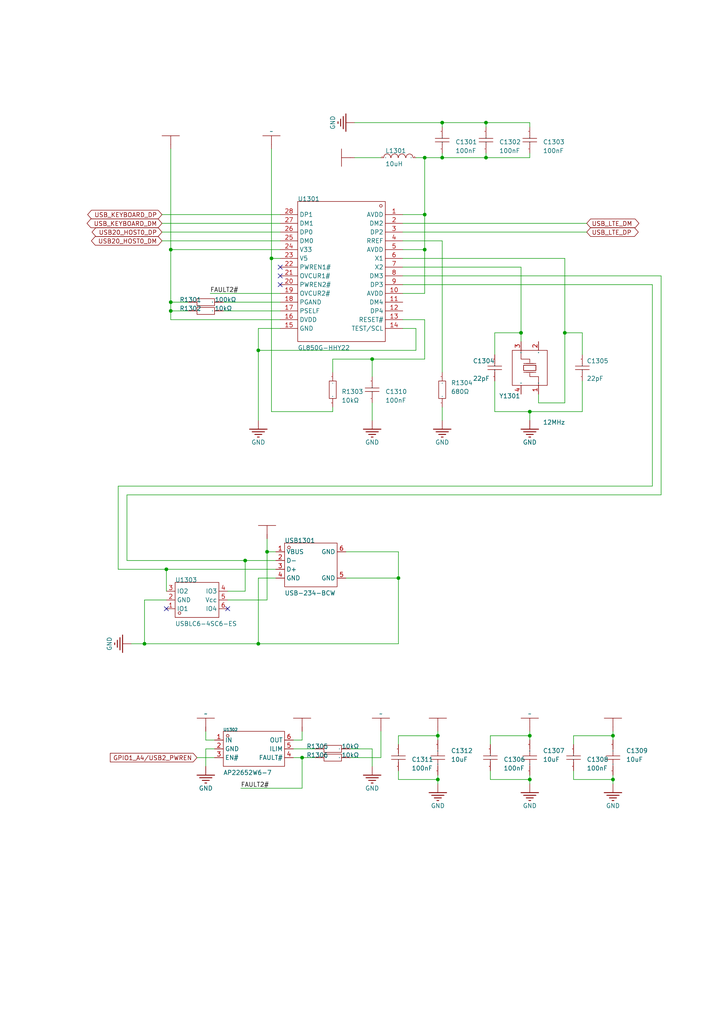
<source format=kicad_sch>
(kicad_sch (version 20250114) (generator "eeschema") (generator_version "9.0")
  (paper "A4" portrait)
  (lib_symbols
    (symbol "mainboard:0402B104K250NT"
      (property "Reference" "C" (at 0 0 0))
      (symbol "0402B104K250NT_1_0"
        (polyline (pts (xy -1.27 0) (xy -0.508 0)))
        (polyline (pts (xy -0.508 2.032) (xy -0.508 -2.032)))
        (polyline (pts (xy 0.508 2.032) (xy 0.508 -2.032)))
        (polyline (pts (xy 0.508 0) (xy 1.27 0)))
        (pin input line (at -3.81 0 0) (length 2.54) (name "1") (number "1"))
        (pin input line (at 3.81 0 180) (length 2.54) (name "2") (number "2"))
      )
    )
    (symbol "mainboard:0603WAF1002T5E"
      (symbol "0603WAF1002T5E_1_0"
        (rectangle (start -2.54 -1.016) (end 2.54 1.016))
        (pin input line (at -5.08 0 0) (length 2.54) (name "1") (number "1"))
        (pin input line (at 5.08 0 180) (length 2.54) (name "2") (number "2"))
      )
    )
    (symbol "mainboard:0603WAF1003T5E"
      (property "Reference" "R" (at 0 0 0))
      (symbol "0603WAF1003T5E_1_0"
        (rectangle (start -2.54 -1.016) (end 2.54 1.016))
        (pin input line (at -5.08 0 0) (length 2.54) (name "1") (number "1"))
        (pin input line (at 5.08 0 180) (length 2.54) (name "2") (number "2"))
      )
    )
    (symbol "mainboard:0603WAF6800T5E"
      (property "Reference" "R" (at 0 0 0))
      (symbol "0603WAF6800T5E_1_0"
        (rectangle (start -2.54 -1.016) (end 2.54 1.016))
        (pin input line (at -5.08 0 0) (length 2.54) (name "1") (number "1"))
        (pin input line (at 5.08 0 180) (length 2.54) (name "2") (number "2"))
      )
    )
    (symbol "mainboard:AP22652W6-7"
      (property "Reference" "U" (at 0 0 0))
      (symbol "AP22652W6-7_1_0"
        (rectangle (start -8.89 -5.08) (end 8.89 5.08))
        (circle (center -7.62 3.81) (radius 0.381))
        (pin input line (at -11.43 2.54 0) (length 2.54) (name "IN") (number "1"))
        (pin input line (at -11.43 0 0) (length 2.54) (name "GND") (number "2"))
        (pin input line (at -11.43 -2.54 0) (length 2.54) (name "EN#") (number "3"))
        (pin input line (at 11.43 2.54 180) (length 2.54) (name "OUT") (number "6"))
        (pin input line (at 11.43 0 180) (length 2.54) (name "ILIM") (number "5"))
        (pin input line (at 11.43 -2.54 180) (length 2.54) (name "FAULT#") (number "4"))
      )
    )
    (symbol "mainboard:CC0603JRNPO9BN220"
      (property "Reference" "C" (at 0 0 0))
      (symbol "CC0603JRNPO9BN220_1_0"
        (polyline (pts (xy -1.27 0) (xy -0.508 0)))
        (polyline (pts (xy -0.508 2.032) (xy -0.508 -2.032)))
        (polyline (pts (xy 0.508 2.032) (xy 0.508 -2.032)))
        (polyline (pts (xy 0.508 0) (xy 1.27 0)))
        (pin input line (at -3.81 0 0) (length 2.54) (name "1") (number "1"))
        (pin input line (at 3.81 0 180) (length 2.54) (name "2") (number "2"))
      )
    )
    (symbol "mainboard:CL10A106MA8NRNC"
      (property "Reference" "C" (at 0 0 0))
      (symbol "CL10A106MA8NRNC_1_0"
        (polyline (pts (xy -0.508 0) (xy -2.54 0)))
        (polyline (pts (xy -0.508 -2.032) (xy -0.508 2.032)))
        (polyline (pts (xy 0.508 2.032) (xy 0.508 -2.032)))
        (polyline (pts (xy 2.54 0) (xy 0.508 0)))
        (pin input line (at -5.08 0 0) (length 2.54) (name "1") (number "1"))
        (pin input line (at 5.08 0 180) (length 2.54) (name "2") (number "2"))
      )
    )
    (symbol "mainboard:GL850G-HHY22"
      (property "Reference" "U" (at 0 0 0))
      (symbol "GL850G-HHY22_1_0"
        (rectangle (start -12.7 -20.32) (end 12.7 20.32))
        (circle (center -11.43 19.05) (radius 0.381))
        (pin unspecified line (at -17.78 16.51 0) (length 5.08) (name "AVDD") (number "1"))
        (pin unspecified line (at -17.78 13.97 0) (length 5.08) (name "DM2") (number "2"))
        (pin unspecified line (at -17.78 11.43 0) (length 5.08) (name "DP2") (number "3"))
        (pin unspecified line (at -17.78 8.89 0) (length 5.08) (name "RREF") (number "4"))
        (pin unspecified line (at -17.78 6.35 0) (length 5.08) (name "AVDD") (number "5"))
        (pin unspecified line (at -17.78 3.81 0) (length 5.08) (name "X1") (number "6"))
        (pin unspecified line (at -17.78 1.27 0) (length 5.08) (name "X2") (number "7"))
        (pin unspecified line (at -17.78 -1.27 0) (length 5.08) (name "DM3") (number "8"))
        (pin unspecified line (at -17.78 -3.81 0) (length 5.08) (name "DP3") (number "9"))
        (pin unspecified line (at -17.78 -6.35 0) (length 5.08) (name "AVDD") (number "10"))
        (pin unspecified line (at -17.78 -8.89 0) (length 5.08) (name "DM4") (number "11"))
        (pin unspecified line (at -17.78 -11.43 0) (length 5.08) (name "DP4") (number "12"))
        (pin unspecified line (at -17.78 -13.97 0) (length 5.08) (name "RESET#") (number "13"))
        (pin unspecified line (at -17.78 -16.51 0) (length 5.08) (name "TEST/SCL") (number "14"))
        (pin unspecified line (at 17.78 16.51 180) (length 5.08) (name "DP1") (number "28"))
        (pin unspecified line (at 17.78 13.97 180) (length 5.08) (name "DM1") (number "27"))
        (pin unspecified line (at 17.78 11.43 180) (length 5.08) (name "DP0") (number "26"))
        (pin unspecified line (at 17.78 8.89 180) (length 5.08) (name "DM0") (number "25"))
        (pin unspecified line (at 17.78 6.35 180) (length 5.08) (name "V33") (number "24"))
        (pin unspecified line (at 17.78 3.81 180) (length 5.08) (name "V5") (number "23"))
        (pin unspecified line (at 17.78 1.27 180) (length 5.08) (name "PWREN1#") (number "22"))
        (pin unspecified line (at 17.78 -1.27 180) (length 5.08) (name "OVCUR1#") (number "21"))
        (pin unspecified line (at 17.78 -3.81 180) (length 5.08) (name "PWREN2#") (number "20"))
        (pin unspecified line (at 17.78 -6.35 180) (length 5.08) (name "OVCUR2#") (number "19"))
        (pin unspecified line (at 17.78 -8.89 180) (length 5.08) (name "PGAND") (number "18"))
        (pin unspecified line (at 17.78 -11.43 180) (length 5.08) (name "PSELF") (number "17"))
        (pin unspecified line (at 17.78 -13.97 180) (length 5.08) (name "DVDD") (number "16"))
        (pin unspecified line (at 17.78 -16.51 180) (length 5.08) (name "GND") (number "15"))
      )
    )
    (symbol "mainboard:Ground-GND" (power) (pin_numbers (hide yes)) (pin_names (hide yes))
      (property "Value" "GND" (at 0 -6.35 0))
      (symbol "Ground-GND_1_0"
        (polyline (pts (xy -2.54 -2.54) (xy 2.54 -2.54)) (stroke (width 0.254)))
        (polyline (pts (xy -1.778 -3.302) (xy 1.778 -3.302)) (stroke (width 0.254)))
        (polyline (pts (xy -1.016 -4.064) (xy 1.016 -4.064)) (stroke (width 0.254)))
        (polyline (pts (xy -0.254 -4.826) (xy 0.254 -4.826)) (stroke (width 0.254)))
        (pin power_in line (at 0 0 270) (length 2.54) (name "") (number "1"))
      )
    )
    (symbol "mainboard:Power-5V" (power) (pin_numbers (hide yes)) (pin_names (hide yes))
      (symbol "Power-5V_1_0"
        (polyline (pts (xy -2.54 3.81) (xy 2.54 3.81)))
        (polyline (pts (xy 0 3.81) (xy 0 1.27)))
        (pin power_in line (at 0 0 90) (length 1.27) (name "+5V_CURR2") (number "1"))
      )
    )
    (symbol "mainboard:SWPA3015S100MT"
      (property "Reference" "L" (at 0 0 0))
      (symbol "SWPA3015S100MT_1_0"
        (polyline (pts (xy -4.2672 0) (xy -4.2164 0.4318) (xy -4.2164 0.4318) (xy -4.0132 0.7874) (xy -4.0132 0.7874) (xy -3.6576 1.016) (xy -3.6576 1.016) (xy -3.2512 1.0922) (xy -3.2512 1.0922) (xy -2.8702 1.016) (xy -2.8702 1.016) (xy -2.5146 0.7874) (xy -2.5146 0.7874) (xy -2.3114 0.4064) (xy -2.3114 0.4064) (xy -2.2606 0)))
        (polyline (pts (xy -2.1082 0) (xy -2.0828 0.4318) (xy -2.0828 0.4318) (xy -1.8542 0.7874) (xy -1.8542 0.7874) (xy -1.524 1.016) (xy -1.524 1.016) (xy -1.1176 1.0922) (xy -1.1176 1.0922) (xy -0.7112 1.016) (xy -0.7112 1.016) (xy -0.3556 0.7874) (xy -0.3556 0.7874) (xy -0.1524 0.4318) (xy -0.1524 0.4318) (xy -0.1016 0)))
        (polyline (pts (xy 0 0) (xy 0.0508 0.4318) (xy 0.0508 0.4318) (xy 0.2794 0.7874) (xy 0.2794 0.7874) (xy 0.6096 1.016) (xy 0.6096 1.016) (xy 1.016 1.0922) (xy 1.016 1.0922) (xy 1.4224 1.016) (xy 1.4224 1.016) (xy 1.7526 0.7874) (xy 1.7526 0.7874) (xy 1.9812 0.4318) (xy 1.9812 0.4318) (xy 2.032 0)))
        (polyline (pts (xy 2.2098 0) (xy 2.2606 0.4064) (xy 2.2606 0.4064) (xy 2.4638 0.762) (xy 2.4638 0.762) (xy 2.8194 0.9906) (xy 2.8194 0.9906) (xy 3.2004 1.0922) (xy 3.2004 1.0922) (xy 3.6068 0.9906) (xy 3.6068 0.9906) (xy 3.9624 0.762) (xy 3.9624 0.762) (xy 4.1656 0.4064) (xy 4.1656 0.4064) (xy 4.2164 0)))
        (pin unspecified line (at -5.08 0 0) (length 0.762) (name "1") (number "1"))
        (pin unspecified line (at 5.08 0 180) (length 0.762) (name "2") (number "2"))
      )
    )
    (symbol "mainboard:USB-234-BCW"
      (property "Reference" "USB" (at 0 0 0))
      (symbol "USB-234-BCW_1_0"
        (rectangle (start -7.62 -5.08) (end 7.62 7.62))
        (circle (center -6.35 6.35) (radius 0.381))
        (pin input line (at -10.16 5.08 0) (length 2.54) (name "VBUS") (number "1"))
        (pin input line (at -10.16 2.54 0) (length 2.54) (name "D-") (number "2"))
        (pin input line (at -10.16 0 0) (length 2.54) (name "D+") (number "3"))
        (pin input line (at -10.16 -2.54 0) (length 2.54) (name "GND") (number "4"))
        (pin input line (at 10.16 5.08 180) (length 2.54) (name "GND") (number "6"))
        (pin input line (at 10.16 -2.54 180) (length 2.54) (name "GND") (number "5"))
      )
    )
    (symbol "mainboard:USBLC6-4SC6-ES"
      (property "Reference" "U" (at 0 0 0))
      (symbol "USBLC6-4SC6-ES_1_0"
        (rectangle (start -6.35 -5.08) (end 6.35 5.08))
        (circle (center -5.08 3.81) (radius 0.381))
        (pin unspecified line (at -8.89 2.54 0) (length 2.54) (name "IO1") (number "1"))
        (pin unspecified line (at -8.89 0 0) (length 2.54) (name "GND") (number "2"))
        (pin unspecified line (at -8.89 -2.54 0) (length 2.54) (name "IO2") (number "3"))
        (pin unspecified line (at 8.89 2.54 180) (length 2.54) (name "IO4") (number "6"))
        (pin unspecified line (at 8.89 0 180) (length 2.54) (name "Vcc") (number "5"))
        (pin unspecified line (at 8.89 -2.54 180) (length 2.54) (name "IO3") (number "4"))
      )
    )
    (symbol "mainboard:X322512MSB4SI"
      (property "Reference" "X" (at 0 0 0))
      (symbol "X322512MSB4SI_1_0"
        (polyline (pts (xy -5.08 -2.54) (xy -2.54 -2.54) (xy -2.54 -2.54) (xy -2.54 0) (xy -2.54 0) (xy -1.524 0)))
        (rectangle (start -5.08 -5.08) (end 5.08 5.08))
        (polyline (pts (xy -1.27 -1.016) (xy -1.27 1.016)))
        (polyline (pts (xy -1.27 -1.778) (xy -1.27 1.778)))
        (polyline (pts (xy -0.762 -1.778) (xy -0.762 1.778) (xy -0.762 1.778) (xy 0.762 1.778) (xy 0.762 1.778) (xy 0.762 -1.778)))
        (polyline (pts (xy 0.762 1.778) (xy 0.762 -1.778) (xy 0.762 -1.778) (xy -0.762 -1.778) (xy -0.762 -1.778) (xy -0.762 1.778) (xy -0.762 1.778) (xy 0.762 1.778)))
        (polyline (pts (xy 0.762 -1.778) (xy -0.762 -1.778)))
        (polyline (pts (xy 1.27 -1.016) (xy 1.27 1.016)))
        (polyline (pts (xy 1.27 -1.778) (xy 1.27 1.778)))
        (polyline (pts (xy 5.08 2.54) (xy 2.54 2.54) (xy 2.54 2.54) (xy 2.54 0) (xy 2.54 0) (xy 1.524 0)))
        (pin unspecified line (at -7.62 2.54 0) (length 2.54) (name "GND") (number "4"))
        (pin unspecified line (at -7.62 -2.54 0) (length 2.54) (name "OSC1") (number "1"))
        (pin unspecified line (at 7.62 2.54 180) (length 2.54) (name "OSC2") (number "3"))
        (pin unspecified line (at 7.62 -2.54 180) (length 2.54) (name "GND") (number "2"))
      )
    )
  )
  (junction (at 123.19 62.23))
  (junction (at 140.97 45.72))
  (junction (at 107.95 104.14))
  (junction (at 71.12 162.56))
  (junction (at 177.8 226.06))
  (junction (at 78.74 74.93))
  (junction (at 140.97 35.56))
  (junction (at 48.26 165.1))
  (junction (at 127 226.06))
  (junction (at 49.53 90.17))
  (junction (at 49.53 87.63))
  (junction (at 151.13 96.52))
  (junction (at 87.63 219.71))
  (junction (at 153.67 213.36))
  (junction (at 77.47 160.02))
  (junction (at 163.83 96.52))
  (junction (at 123.19 45.72))
  (junction (at 74.93 101.6))
  (junction (at 115.57 167.64))
  (junction (at 128.27 45.72))
  (junction (at 74.93 186.69))
  (junction (at 127 213.36))
  (junction (at 153.67 119.38))
  (junction (at 128.27 35.56))
  (junction (at 153.67 226.06))
  (junction (at 123.19 72.39))
  (junction (at 49.53 72.39))
  (junction (at 177.8 213.36))
  (junction (at 41.91 186.69))
  (no_connect (at 48.26 176.53))
  (no_connect (at 81.28 80.01))
  (no_connect (at 66.04 176.53))
  (no_connect (at 81.28 82.55))
  (no_connect (at 81.28 77.47))
  (wire (pts (xy 36.83 143.51) (xy 191.77 143.51)))
  (wire (pts (xy 115.57 226.06) (xy 127 226.06)))
  (wire (pts (xy 191.77 80.01) (xy 116.84 80.01)))
  (wire (pts (xy 123.19 62.23) (xy 123.19 72.39)))
  (wire (pts (xy 116.84 67.31) (xy 170.18 67.31)))
  (wire (pts (xy 77.47 173.99) (xy 66.04 173.99)))
  (wire (pts (xy 77.47 160.02) (xy 80.01 160.02)))
  (wire (pts (xy 77.47 160.02) (xy 77.47 156.21)))
  (wire (pts (xy 168.91 96.52) (xy 168.91 102.87)))
  (wire (pts (xy 153.67 212.09) (xy 153.67 213.36)))
  (wire (pts (xy 166.37 223.52) (xy 166.37 226.06)))
  (wire (pts (xy 34.29 165.1) (xy 48.26 165.1)))
  (wire (pts (xy 49.53 87.63) (xy 54.61 87.63)))
  (wire (pts (xy 116.84 69.85) (xy 128.27 69.85)))
  (wire (pts (xy 81.28 95.25) (xy 74.93 95.25)))
  (wire (pts (xy 115.57 167.64) (xy 115.57 186.69)))
  (wire (pts (xy 96.52 119.38) (xy 96.52 118.11)))
  (wire (pts (xy 101.6 219.71) (xy 110.49 219.71)))
  (wire (pts (xy 166.37 213.36) (xy 166.37 215.9)))
  (wire (pts (xy 151.13 96.52) (xy 143.51 96.52)))
  (wire (pts (xy 163.83 96.52) (xy 163.83 116.84)))
  (wire (pts (xy 87.63 219.71) (xy 87.63 228.6)))
  (wire (pts (xy 34.29 140.97) (xy 34.29 165.1)))
  (wire (pts (xy 140.97 45.72) (xy 128.27 45.72)))
  (wire (pts (xy 49.53 90.17) (xy 54.61 90.17)))
  (wire (pts (xy 127 213.36) (xy 127 212.09)))
  (wire (pts (xy 120.65 101.6) (xy 120.65 95.25)))
  (wire (pts (xy 191.77 143.51) (xy 191.77 80.01)))
  (wire (pts (xy 41.91 173.99) (xy 41.91 186.69)))
  (wire (pts (xy 151.13 96.52) (xy 151.13 99.06)))
  (wire (pts (xy 74.93 186.69) (xy 41.91 186.69)))
  (wire (pts (xy 115.57 160.02) (xy 115.57 167.64)))
  (wire (pts (xy 36.83 143.51) (xy 36.83 162.56)))
  (wire (pts (xy 153.67 214.63) (xy 153.67 213.36)))
  (wire (pts (xy 64.77 90.17) (xy 81.28 90.17)))
  (wire (pts (xy 168.91 119.38) (xy 168.91 110.49)))
  (wire (pts (xy 151.13 77.47) (xy 151.13 96.52)))
  (wire (pts (xy 101.6 217.17) (xy 107.95 217.17)))
  (wire (pts (xy 140.97 35.56) (xy 140.97 36.83)))
  (wire (pts (xy 123.19 62.23) (xy 116.84 62.23)))
  (wire (pts (xy 102.87 45.72) (xy 110.49 45.72)))
  (wire (pts (xy 59.69 217.17) (xy 59.69 222.25)))
  (wire (pts (xy 163.83 74.93) (xy 163.83 96.52)))
  (wire (pts (xy 49.53 90.17) (xy 49.53 92.71)))
  (wire (pts (xy 77.47 173.99) (xy 77.47 160.02)))
  (wire (pts (xy 153.67 45.72) (xy 140.97 45.72)))
  (wire (pts (xy 177.8 227.33) (xy 177.8 226.06)))
  (wire (pts (xy 153.67 227.33) (xy 153.67 226.06)))
  (wire (pts (xy 140.97 44.45) (xy 140.97 45.72)))
  (wire (pts (xy 74.93 167.64) (xy 74.93 186.69)))
  (wire (pts (xy 78.74 74.93) (xy 81.28 74.93)))
  (wire (pts (xy 78.74 119.38) (xy 96.52 119.38)))
  (wire (pts (xy 189.23 82.55) (xy 189.23 140.97)))
  (wire (pts (xy 107.95 217.17) (xy 107.95 222.25)))
  (wire (pts (xy 123.19 92.71) (xy 116.84 92.71)))
  (wire (pts (xy 153.67 224.79) (xy 153.67 226.06)))
  (wire (pts (xy 78.74 119.38) (xy 78.74 74.93)))
  (wire (pts (xy 120.65 95.25) (xy 116.84 95.25)))
  (wire (pts (xy 71.12 162.56) (xy 71.12 171.45)))
  (wire (pts (xy 153.67 213.36) (xy 142.24 213.36)))
  (wire (pts (xy 120.65 101.6) (xy 74.93 101.6)))
  (wire (pts (xy 123.19 72.39) (xy 116.84 72.39)))
  (wire (pts (xy 115.57 213.36) (xy 127 213.36)))
  (wire (pts (xy 36.83 162.56) (xy 71.12 162.56)))
  (wire (pts (xy 80.01 162.56) (xy 71.12 162.56)))
  (wire (pts (xy 49.53 72.39) (xy 49.53 87.63)))
  (wire (pts (xy 142.24 223.52) (xy 142.24 226.06)))
  (wire (pts (xy 80.01 167.64) (xy 74.93 167.64)))
  (wire (pts (xy 177.8 212.09) (xy 177.8 213.36)))
  (wire (pts (xy 115.57 226.06) (xy 115.57 223.52)))
  (wire (pts (xy 91.44 217.17) (xy 85.09 217.17)))
  (wire (pts (xy 107.95 104.14) (xy 96.52 104.14)))
  (wire (pts (xy 115.57 167.64) (xy 100.33 167.64)))
  (wire (pts (xy 123.19 62.23) (xy 123.19 45.72)))
  (wire (pts (xy 81.28 85.09) (xy 60.96 85.09)))
  (wire (pts (xy 81.28 64.77) (xy 46.99 64.77)))
  (wire (pts (xy 91.44 219.71) (xy 87.63 219.71)))
  (wire (pts (xy 107.95 116.84) (xy 107.95 121.92)))
  (wire (pts (xy 38.1 186.69) (xy 41.91 186.69)))
  (wire (pts (xy 46.99 67.31) (xy 81.28 67.31)))
  (wire (pts (xy 107.95 104.14) (xy 123.19 104.14)))
  (wire (pts (xy 46.99 69.85) (xy 81.28 69.85)))
  (wire (pts (xy 128.27 69.85) (xy 128.27 107.95)))
  (wire (pts (xy 110.49 219.71) (xy 110.49 212.09)))
  (wire (pts (xy 163.83 116.84) (xy 156.21 116.84)))
  (wire (pts (xy 140.97 35.56) (xy 128.27 35.56)))
  (wire (pts (xy 123.19 104.14) (xy 123.19 92.71)))
  (wire (pts (xy 153.67 119.38) (xy 168.91 119.38)))
  (wire (pts (xy 177.8 224.79) (xy 177.8 226.06)))
  (wire (pts (xy 128.27 35.56) (xy 102.87 35.56)))
  (wire (pts (xy 74.93 101.6) (xy 74.93 95.25)))
  (wire (pts (xy 116.84 82.55) (xy 189.23 82.55)))
  (wire (pts (xy 153.67 35.56) (xy 140.97 35.56)))
  (wire (pts (xy 143.51 119.38) (xy 143.51 110.49)))
  (wire (pts (xy 48.26 171.45) (xy 48.26 165.1)))
  (wire (pts (xy 123.19 72.39) (xy 123.19 85.09)))
  (wire (pts (xy 115.57 213.36) (xy 115.57 215.9)))
  (wire (pts (xy 153.67 44.45) (xy 153.67 45.72)))
  (wire (pts (xy 62.23 214.63) (xy 59.69 214.63)))
  (wire (pts (xy 87.63 219.71) (xy 85.09 219.71)))
  (wire (pts (xy 116.84 74.93) (xy 163.83 74.93)))
  (wire (pts (xy 153.67 36.83) (xy 153.67 35.56)))
  (wire (pts (xy 107.95 109.22) (xy 107.95 104.14)))
  (wire (pts (xy 85.09 214.63) (xy 87.63 214.63)))
  (wire (pts (xy 96.52 104.14) (xy 96.52 107.95)))
  (wire (pts (xy 49.53 92.71) (xy 81.28 92.71)))
  (wire (pts (xy 59.69 214.63) (xy 59.69 212.09)))
  (wire (pts (xy 116.84 64.77) (xy 170.18 64.77)))
  (wire (pts (xy 123.19 45.72) (xy 120.65 45.72)))
  (wire (pts (xy 66.04 171.45) (xy 71.12 171.45)))
  (wire (pts (xy 127 213.36) (xy 127 214.63)))
  (wire (pts (xy 153.67 226.06) (xy 142.24 226.06)))
  (wire (pts (xy 78.74 74.93) (xy 78.74 43.18)))
  (wire (pts (xy 62.23 217.17) (xy 59.69 217.17)))
  (wire (pts (xy 115.57 160.02) (xy 100.33 160.02)))
  (wire (pts (xy 87.63 228.6) (xy 69.85 228.6)))
  (wire (pts (xy 143.51 96.52) (xy 143.51 102.87)))
  (wire (pts (xy 87.63 214.63) (xy 87.63 212.09)))
  (wire (pts (xy 128.27 45.72) (xy 128.27 44.45)))
  (wire (pts (xy 128.27 35.56) (xy 128.27 36.83)))
  (wire (pts (xy 143.51 119.38) (xy 153.67 119.38)))
  (wire (pts (xy 115.57 186.69) (xy 74.93 186.69)))
  (wire (pts (xy 127 226.06) (xy 127 227.33)))
  (wire (pts (xy 74.93 121.92) (xy 74.93 101.6)))
  (wire (pts (xy 49.53 87.63) (xy 49.53 90.17)))
  (wire (pts (xy 177.8 213.36) (xy 177.8 214.63)))
  (wire (pts (xy 80.01 165.1) (xy 48.26 165.1)))
  (wire (pts (xy 123.19 85.09) (xy 116.84 85.09)))
  (wire (pts (xy 166.37 213.36) (xy 177.8 213.36)))
  (wire (pts (xy 156.21 116.84) (xy 156.21 114.3)))
  (wire (pts (xy 128.27 45.72) (xy 123.19 45.72)))
  (wire (pts (xy 41.91 173.99) (xy 48.26 173.99)))
  (wire (pts (xy 127 224.79) (xy 127 226.06)))
  (wire (pts (xy 49.53 72.39) (xy 49.53 43.18)))
  (wire (pts (xy 166.37 226.06) (xy 177.8 226.06)))
  (wire (pts (xy 142.24 215.9) (xy 142.24 213.36)))
  (wire (pts (xy 153.67 121.92) (xy 153.67 119.38)))
  (wire (pts (xy 168.91 96.52) (xy 163.83 96.52)))
  (wire (pts (xy 49.53 72.39) (xy 81.28 72.39)))
  (wire (pts (xy 128.27 118.11) (xy 128.27 121.92)))
  (wire (pts (xy 64.77 87.63) (xy 81.28 87.63)))
  (wire (pts (xy 81.28 62.23) (xy 46.99 62.23)))
  (wire (pts (xy 189.23 140.97) (xy 34.29 140.97)))
  (wire (pts (xy 116.84 77.47) (xy 151.13 77.47)))
  (wire (pts (xy 57.15 219.71) (xy 62.23 219.71)))
  (label "FAULT2#" (at 69.85 228.6 0))
  (label "FAULT2#" (at 60.96 85.09 0))
  (global_label "USB_KEYBOARD_DM" (shape bidirectional) (at 46.99 64.77 180) (property "Intersheetrefs" "${INTERSHEET_REFS}" (effects (hide yes))))
  (global_label "USB20_HOST0_DP" (shape bidirectional) (at 46.99 67.31 180) (property "Intersheetrefs" "${INTERSHEET_REFS}" (effects (hide yes))))
  (global_label "USB20_HOST0_DM" (shape bidirectional) (at 46.99 69.85 180) (property "Intersheetrefs" "${INTERSHEET_REFS}" (effects (hide yes))))
  (global_label "USB_KEYBOARD_DP" (shape bidirectional) (at 46.99 62.23 180) (property "Intersheetrefs" "${INTERSHEET_REFS}" (effects (hide yes))))
  (global_label "USB_LTE_DP" (shape bidirectional) (at 170.18 67.31 0) (property "Intersheetrefs" "${INTERSHEET_REFS}" (effects (hide yes))))
  (global_label "GPIO1_A4/USB2_PWREN" (shape input) (at 57.15 219.71 180) (property "Intersheetrefs" "${INTERSHEET_REFS}" (effects (hide yes))))
  (global_label "USB_LTE_DM" (shape bidirectional) (at 170.18 64.77 0) (property "Intersheetrefs" "${INTERSHEET_REFS}" (effects (hide yes))))
  (symbol (lib_id "mainboard:Ground-GND") (at 153.67 121.92 0) (unit 1)
    (property "Reference" "#PWR01312" (effects (hide yes)))
    (property "Value" "GND" (at 153.67 128.27 0))
    (property "Footprint" "mainboard:" (effects (hide yes)))
  )
  (symbol (lib_id "mainboard:0603WAF1002T5E") (at 96.52 217.17 180) (unit 1)
    (property "Reference" "R1305" (at 88.9 217.17 0) (effects (justify right top)))
    (property "Value" "10kΩ" (at 99.06 217.17 0) (effects (justify right top)))
    (property "Footprint" "mainboard:R0603" (effects (hide yes)))
    (property "Datasheet" "https://atta.szlcsc.com/upload/public/pdf/source/20200306/C422600_1E6D84923E4A46A82E41ADD87F860B5C.pdf" (effects (hide yes)))
    (property "Description" "Type:Thick Film Resistors Resistance:10kΩ Tolerance:±1% Tolerance:±1% Power(Watts): Overload Voltage (Max): Temperature Coefficient:±100ppm/°C Temperature Coefficient:±100ppm/°C Operating Temperature Range:-55°C~+155°C Operating Temperature Range:-55°C~+155°C" (effects (hide yes)))
    (property "Manufacturer Part" "0603WAF1002T5E" (effects (hide yes)))
    (property "Manufacturer" "UNI-ROYAL(厚声)" (effects (hide yes)))
    (property "Supplier Part" "C25804" (effects (hide yes)))
    (property "Supplier" "LCSC" (effects (hide yes)))
    (property "LCSC Part Name" "厚膜电阻 10kΩ ±1% 100mW" (effects (hide yes)))
  )
  (symbol (lib_id "mainboard:Ground-GND") (at 102.87 35.56 270) (unit 1)
    (property "Reference" "#PWR01301" (effects (hide yes)))
    (property "Value" "GND" (at 96.52 35.56 0))
    (property "Footprint" "mainboard:" (effects (hide yes)))
  )
  (symbol (lib_id "mainboard:0402B104K250NT") (at 107.95 113.03 90) (unit 1)
    (property "Reference" "C1310" (at 111.76 114.3 90) (effects (justify right top)))
    (property "Value" "100nF" (at 111.76 116.84 90) (effects (justify right top)))
    (property "Footprint" "mainboard:C0402" (effects (hide yes)))
    (property "Datasheet" "https://atta.szlcsc.com/upload/public/pdf/source/20200305/C486355_26A10D38EF8C2A5C37091D0039909270.pdf" (effects (hide yes)))
    (property "Description" "Capacitance:100nF Tolerance:±10% Tolerance:±10% Voltage Rated: Temperature Coefficient:" (effects (hide yes)))
    (property "Manufacturer Part" "0402B104K250NT" (effects (hide yes)))
    (property "Manufacturer" "FH(风华)" (effects (hide yes)))
    (property "Supplier Part" "C56392" (effects (hide yes)))
    (property "Supplier" "LCSC" (effects (hide yes)))
    (property "LCSC Part Name" "100nF ±10% 25V" (effects (hide yes)))
  )
  (symbol (lib_id "mainboard:CL10A106MA8NRNC") (at 177.8 219.71 90) (unit 1)
    (property "Reference" "C1309" (at 181.61 218.44 90) (effects (justify right top)))
    (property "Value" "10uF" (at 181.61 220.98 90) (effects (justify right top)))
    (property "Footprint" "mainboard:C0603" (effects (hide yes)))
    (property "Datasheet" "https://atta.szlcsc.com/upload/public/pdf/source/20160218/1457707763339.pdf" (effects (hide yes)))
    (property "Description" "Capacitance: Tolerance:±20% Tolerance:±20% Voltage Rated: Temperature Coefficient:" (effects (hide yes)))
    (property "Manufacturer Part" "CL10A106MA8NRNC" (effects (hide yes)))
    (property "Manufacturer" "SAMSUNG(三星)" (effects (hide yes)))
    (property "Supplier Part" "C96446" (effects (hide yes)))
    (property "Supplier" "LCSC" (effects (hide yes)))
    (property "LCSC Part Name" "10uF ±20% 25V" (effects (hide yes)))
  )
  (symbol (lib_id "mainboard:Power-5V") (at 127 212.09 0) (unit 1)
    (property "Reference" "#PWR01320" (effects (hide yes)))
    (property "Value" "+5V_CURR2" (effects (hide yes)))
    (property "Footprint" "mainboard:" (effects (hide yes)))
    (property "Description" "Power-5V" (effects (hide yes)))
  )
  (symbol (lib_id "mainboard:Ground-GND") (at 128.27 121.92 0) (unit 1)
    (property "Reference" "#PWR01311" (effects (hide yes)))
    (property "Value" "GND" (at 128.27 128.27 0))
    (property "Footprint" "mainboard:" (effects (hide yes)))
  )
  (symbol (lib_id "mainboard:Power-5V") (at 153.67 212.09 0) (unit 1)
    (property "Reference" "#PWR01305" (effects (hide yes)))
    (property "Value" "~" (at 153.67 207.01 0))
    (property "Footprint" "mainboard:" (effects (hide yes)))
    (property "Description" "Power-5V" (effects (hide yes)))
  )
  (symbol (lib_id "mainboard:Power-5V") (at 110.49 212.09 0) (unit 1)
    (property "Reference" "#PWR01316" (effects (hide yes)))
    (property "Value" "~" (at 110.49 207.01 0))
    (property "Footprint" "mainboard:" (effects (hide yes)))
    (property "Description" "Power-5V" (effects (hide yes)))
  )
  (symbol (lib_id "mainboard:Power-5V") (at 59.69 212.09 0) (unit 1)
    (property "Reference" "#PWR01314" (effects (hide yes)))
    (property "Value" "~" (at 59.69 207.01 0))
    (property "Footprint" "mainboard:" (effects (hide yes)))
    (property "Description" "Power-5V" (effects (hide yes)))
  )
  (symbol (lib_id "mainboard:Power-5V") (at 102.87 45.72 90) (unit 1)
    (property "Reference" "#PWR01304" (effects (hide yes)))
    (property "Value" "+3.3V" (effects (hide yes)))
    (property "Footprint" "mainboard:" (effects (hide yes)))
    (property "Description" "Power-5V" (effects (hide yes)))
  )
  (symbol (lib_id "mainboard:Ground-GND") (at 177.8 227.33 0) (unit 1)
    (property "Reference" "#PWR01308" (effects (hide yes)))
    (property "Value" "GND" (at 177.8 233.68 0))
    (property "Footprint" "mainboard:" (effects (hide yes)))
  )
  (symbol (lib_id "mainboard:0402B104K250NT") (at 166.37 219.71 90) (unit 1)
    (property "Reference" "C1308" (at 170.18 220.98 90) (effects (justify right top)))
    (property "Value" "100nF" (at 170.18 223.52 90) (effects (justify right top)))
    (property "Footprint" "mainboard:C0402" (effects (hide yes)))
    (property "Datasheet" "https://atta.szlcsc.com/upload/public/pdf/source/20200305/C486355_26A10D38EF8C2A5C37091D0039909270.pdf" (effects (hide yes)))
    (property "Description" "Capacitance:100nF Tolerance:±10% Tolerance:±10% Voltage Rated: Temperature Coefficient:" (effects (hide yes)))
    (property "Manufacturer Part" "0402B104K250NT" (effects (hide yes)))
    (property "Manufacturer" "FH(风华)" (effects (hide yes)))
    (property "Supplier Part" "C56392" (effects (hide yes)))
    (property "Supplier" "LCSC" (effects (hide yes)))
    (property "LCSC Part Name" "100nF ±10% 25V" (effects (hide yes)))
  )
  (symbol (lib_id "mainboard:0603WAF6800T5E") (at 128.27 113.03 90) (unit 1)
    (property "Reference" "R1304" (at 130.81 111.76 90) (effects (justify right top)))
    (property "Value" "680Ω" (at 130.81 114.3 90) (effects (justify right top)))
    (property "Footprint" "mainboard:R0603" (effects (hide yes)))
    (property "Datasheet" "https://atta.szlcsc.com/upload/public/pdf/source/20200306/C422600_1E6D84923E4A46A82E41ADD87F860B5C.pdf" (effects (hide yes)))
    (property "Description" "Type:Thick Film Resistors Resistance: Tolerance:±1% Tolerance:±1% Power(Watts): Overload Voltage (Max): Temperature Coefficient:±100ppm/°C Temperature Coefficient:±100ppm/°C Operating Temperature Range:-55°C~+155°C Operating Temperature Range:-55°C~+155°C" (effects (hide yes)))
    (property "Manufacturer Part" "0603WAF6800T5E" (effects (hide yes)))
    (property "Manufacturer" "UNI-ROYAL(厚声)" (effects (hide yes)))
    (property "Supplier Part" "C23228" (effects (hide yes)))
    (property "Supplier" "LCSC" (effects (hide yes)))
    (property "LCSC Part Name" "680Ω ±1% 100mW 厚膜电阻" (effects (hide yes)))
  )
  (symbol (lib_id "mainboard:0402B104K250NT") (at 115.57 219.71 90) (unit 1)
    (property "Reference" "C1311" (at 119.38 220.98 90) (effects (justify right top)))
    (property "Value" "100nF" (at 119.38 223.52 90) (effects (justify right top)))
    (property "Footprint" "mainboard:C0402" (effects (hide yes)))
    (property "Datasheet" "https://atta.szlcsc.com/upload/public/pdf/source/20200305/C486355_26A10D38EF8C2A5C37091D0039909270.pdf" (effects (hide yes)))
    (property "Description" "Capacitance:100nF Tolerance:±10% Tolerance:±10% Voltage Rated: Temperature Coefficient:" (effects (hide yes)))
    (property "Manufacturer Part" "0402B104K250NT" (effects (hide yes)))
    (property "Manufacturer" "FH(风华)" (effects (hide yes)))
    (property "Supplier Part" "C56392" (effects (hide yes)))
    (property "Supplier" "LCSC" (effects (hide yes)))
    (property "LCSC Part Name" "100nF ±10% 25V" (effects (hide yes)))
  )
  (symbol (lib_id "mainboard:X322512MSB4SI") (at 153.67 106.68 90) (unit 1)
    (property "Reference" "Y1301" (at 144.78 115.57 90) (effects (justify right top)))
    (property "Value" "12MHz" (at 157.48 123.19 90) (effects (justify right top)))
    (property "Footprint" "mainboard:OSC-SMD_4P-L3.2-W2.5-BL" (effects (hide yes)))
    (property "Datasheet" "https://atta.szlcsc.com/upload/public/pdf/source/20240329/19D5F850207469550BEB00D7DFEDBC7A.pdf" (effects (hide yes)))
    (property "Description" "Crystal Type:贴片晶振 Frequency: Normal temperature Frequency Tolerance:±10ppm Normal temperature Frequency Tolerance:±10ppm External load capacitor: Frequency Stability(Full temperature range):±20ppm Frequency Stability(Full temperature range):±20ppm Operati" (effects (hide yes)))
    (property "Manufacturer Part" "X322512MSB4SI" (effects (hide yes)))
    (property "Manufacturer" "YXC(扬兴晶振)" (effects (hide yes)))
    (property "Supplier Part" "C9002" (effects (hide yes)))
    (property "Supplier" "LCSC" (effects (hide yes)))
    (property "LCSC Part Name" "12MHz ±10ppm 20pF" (effects (hide yes)))
  )
  (symbol (lib_id "mainboard:0402B104K250NT") (at 128.27 40.64 90) (unit 1)
    (property "Reference" "C1301" (at 132.08 41.91 90) (effects (justify right top)))
    (property "Value" "100nF" (at 132.08 44.45 90) (effects (justify right top)))
    (property "Footprint" "mainboard:C0402" (effects (hide yes)))
    (property "Datasheet" "https://atta.szlcsc.com/upload/public/pdf/source/20200305/C486355_26A10D38EF8C2A5C37091D0039909270.pdf" (effects (hide yes)))
    (property "Description" "Capacitance:100nF Tolerance:±10% Tolerance:±10% Voltage Rated: Temperature Coefficient:" (effects (hide yes)))
    (property "Manufacturer Part" "0402B104K250NT" (effects (hide yes)))
    (property "Manufacturer" "FH(风华)" (effects (hide yes)))
    (property "Supplier Part" "C56392" (effects (hide yes)))
    (property "Supplier" "LCSC" (effects (hide yes)))
    (property "LCSC Part Name" "100nF ±10% 25V" (effects (hide yes)))
  )
  (symbol (lib_id "mainboard:Ground-GND") (at 74.93 121.92 0) (unit 1)
    (property "Reference" "#PWR01309" (effects (hide yes)))
    (property "Value" "GND" (at 74.93 128.27 0))
    (property "Footprint" "mainboard:" (effects (hide yes)))
  )
  (symbol (lib_id "mainboard:Ground-GND") (at 153.67 227.33 0) (unit 1)
    (property "Reference" "#PWR01307" (effects (hide yes)))
    (property "Value" "GND" (at 153.67 233.68 0))
    (property "Footprint" "mainboard:" (effects (hide yes)))
  )
  (symbol (lib_id "mainboard:GL850G-HHY22") (at 99.06 78.74 0) (mirror y) (unit 1)
    (property "Reference" "U1301" (at 86.36 58.42 0) (effects (justify right bottom)))
    (property "Value" "GL850G-HHY22" (at 86.36 101.6 0) (effects (justify right bottom)))
    (property "Footprint" "mainboard:SSOP-28_L10.2-W5.3-P0.65-LS7.8-BL" (effects (hide yes)))
    (property "Datasheet" "https://atta.szlcsc.com/upload/public/pdf/source/20171020/C136617_15084810856801046467.pdf" (effects (hide yes)))
    (property "Description" "Applications Function: Protocol:" (effects (hide yes)))
    (property "Manufacturer Part" "GL850G-HHY22" (effects (hide yes)))
    (property "Manufacturer" "GENESYS(创惟)" (effects (hide yes)))
    (property "Supplier Part" "C136617" (effects (hide yes)))
    (property "Supplier" "LCSC" (effects (hide yes)))
    (property "LCSC Part Name" "USB 2.0集线器控制器" (effects (hide yes)))
  )
  (symbol (lib_id "mainboard:CL10A106MA8NRNC") (at 127 219.71 90) (unit 1)
    (property "Reference" "C1312" (at 130.81 218.44 90) (effects (justify right top)))
    (property "Value" "10uF" (at 130.81 220.98 90) (effects (justify right top)))
    (property "Footprint" "mainboard:C0603" (effects (hide yes)))
    (property "Datasheet" "https://atta.szlcsc.com/upload/public/pdf/source/20160218/1457707763339.pdf" (effects (hide yes)))
    (property "Description" "Capacitance: Tolerance:±20% Tolerance:±20% Voltage Rated: Temperature Coefficient:" (effects (hide yes)))
    (property "Manufacturer Part" "CL10A106MA8NRNC" (effects (hide yes)))
    (property "Manufacturer" "SAMSUNG(三星)" (effects (hide yes)))
    (property "Supplier Part" "C96446" (effects (hide yes)))
    (property "Supplier" "LCSC" (effects (hide yes)))
    (property "LCSC Part Name" "10uF ±20% 25V" (effects (hide yes)))
  )
  (symbol (lib_id "mainboard:Ground-GND") (at 107.95 222.25 0) (unit 1)
    (property "Reference" "#PWR01318" (effects (hide yes)))
    (property "Value" "GND" (at 107.95 228.6 0))
    (property "Footprint" "mainboard:" (effects (hide yes)))
  )
  (symbol (lib_id "mainboard:Ground-GND") (at 127 227.33 0) (unit 1)
    (property "Reference" "#PWR01321" (effects (hide yes)))
    (property "Value" "GND" (at 127 233.68 0))
    (property "Footprint" "mainboard:" (effects (hide yes)))
  )
  (symbol (lib_id "mainboard:Power-5V") (at 87.63 212.09 0) (unit 1)
    (property "Reference" "#PWR01315" (effects (hide yes)))
    (property "Value" "+5V_CURR2" (effects (hide yes)))
    (property "Footprint" "mainboard:" (effects (hide yes)))
    (property "Description" "Power-5V" (effects (hide yes)))
  )
  (symbol (lib_id "mainboard:CL10A106MA8NRNC") (at 153.67 219.71 90) (unit 1)
    (property "Reference" "C1307" (at 157.48 218.44 90) (effects (justify right top)))
    (property "Value" "10uF" (at 157.48 220.98 90) (effects (justify right top)))
    (property "Footprint" "mainboard:C0603" (effects (hide yes)))
    (property "Datasheet" "https://atta.szlcsc.com/upload/public/pdf/source/20160218/1457707763339.pdf" (effects (hide yes)))
    (property "Description" "Capacitance: Tolerance:±20% Tolerance:±20% Voltage Rated: Temperature Coefficient:" (effects (hide yes)))
    (property "Manufacturer Part" "CL10A106MA8NRNC" (effects (hide yes)))
    (property "Manufacturer" "SAMSUNG(三星)" (effects (hide yes)))
    (property "Supplier Part" "C96446" (effects (hide yes)))
    (property "Supplier" "LCSC" (effects (hide yes)))
    (property "LCSC Part Name" "10uF ±20% 25V" (effects (hide yes)))
  )
  (symbol (lib_id "mainboard:SWPA3015S100MT") (at 115.57 45.72 0) (unit 1)
    (property "Reference" "L1301" (at 111.76 44.45 0) (effects (justify left bottom)))
    (property "Value" "10uH" (at 111.76 48.26 0) (effects (justify left bottom)))
    (property "Footprint" "mainboard:IND-SMD_L3.0-W3.0_SWPA3010S" (effects (hide yes)))
    (property "Datasheet" "https://atta.szlcsc.com/upload/public/pdf/source/20231024/317626D2AA2F8AB4113C1875E432E6E1.pdf" (effects (hide yes)))
    (property "Description" "Inductance: Tolerance:±20% Tolerance:±20% Rated Current: Saturation Current (Isat):920mA DC Resistance (DCR): Type:- Ratings:-" (effects (hide yes)))
    (property "Manufacturer Part" "SWPA3015S100MT" (effects (hide yes)))
    (property "Manufacturer" "Sunlord(顺络)" (effects (hide yes)))
    (property "Supplier Part" "C45403" (effects (hide yes)))
    (property "Supplier" "LCSC" (effects (hide yes)))
    (property "LCSC Part Name" "10uH ±20% 920mA" (effects (hide yes)))
  )
  (symbol (lib_id "mainboard:Power-5V") (at 177.8 212.09 0) (unit 1)
    (property "Reference" "#PWR01306" (effects (hide yes)))
    (property "Value" "+3.3V" (effects (hide yes)))
    (property "Footprint" "mainboard:" (effects (hide yes)))
    (property "Description" "Power-5V" (effects (hide yes)))
  )
  (symbol (lib_id "mainboard:0603WAF1002T5E") (at 96.52 113.03 270) (unit 1)
    (property "Reference" "R1303" (at 99.06 114.3 90) (effects (justify left bottom)))
    (property "Value" "10kΩ" (at 99.06 116.84 90) (effects (justify left bottom)))
    (property "Footprint" "mainboard:R0603" (effects (hide yes)))
    (property "Datasheet" "https://atta.szlcsc.com/upload/public/pdf/source/20200306/C422600_1E6D84923E4A46A82E41ADD87F860B5C.pdf" (effects (hide yes)))
    (property "Description" "Type:Thick Film Resistors Resistance:10kΩ Tolerance:±1% Tolerance:±1% Power(Watts): Overload Voltage (Max): Temperature Coefficient:±100ppm/°C Temperature Coefficient:±100ppm/°C Operating Temperature Range:-55°C~+155°C Operating Temperature Range:-55°C~+155°C" (effects (hide yes)))
    (property "Manufacturer Part" "0603WAF1002T5E" (effects (hide yes)))
    (property "Manufacturer" "UNI-ROYAL(厚声)" (effects (hide yes)))
    (property "Supplier Part" "C25804" (effects (hide yes)))
    (property "Supplier" "LCSC" (effects (hide yes)))
    (property "LCSC Part Name" "厚膜电阻 10kΩ ±1% 100mW" (effects (hide yes)))
  )
  (symbol (lib_id "mainboard:CC0603JRNPO9BN220") (at 143.51 106.68 270) (mirror x) (unit 1)
    (property "Reference" "C1304" (at 137.16 105.41 90) (effects (justify left top)))
    (property "Value" "22pF" (at 137.16 110.49 90) (effects (justify left top)))
    (property "Footprint" "mainboard:C0603" (effects (hide yes)))
    (property "Datasheet" "https://atta.szlcsc.com/upload/public/pdf/source/20170505/1493957838062.pdf" (effects (hide yes)))
    (property "Description" "Capacitance: Tolerance:±5% Tolerance:±5% Voltage Rated: Temperature Coefficient:" (effects (hide yes)))
    (property "Manufacturer Part" "CC0603JRNPO9BN220" (effects (hide yes)))
    (property "Manufacturer" "YAGEO(国巨)" (effects (hide yes)))
    (property "Supplier Part" "C105620" (effects (hide yes)))
    (property "Supplier" "LCSC" (effects (hide yes)))
    (property "LCSC Part Name" "22pF ±5% 50V" (effects (hide yes)))
  )
  (symbol (lib_id "mainboard:0402B104K250NT") (at 153.67 40.64 90) (unit 1)
    (property "Reference" "C1303" (at 157.48 41.91 90) (effects (justify right top)))
    (property "Value" "100nF" (at 157.48 44.45 90) (effects (justify right top)))
    (property "Footprint" "mainboard:C0402" (effects (hide yes)))
    (property "Datasheet" "https://atta.szlcsc.com/upload/public/pdf/source/20200305/C486355_26A10D38EF8C2A5C37091D0039909270.pdf" (effects (hide yes)))
    (property "Description" "Capacitance:100nF Tolerance:±10% Tolerance:±10% Voltage Rated: Temperature Coefficient:" (effects (hide yes)))
    (property "Manufacturer Part" "0402B104K250NT" (effects (hide yes)))
    (property "Manufacturer" "FH(风华)" (effects (hide yes)))
    (property "Supplier Part" "C56392" (effects (hide yes)))
    (property "Supplier" "LCSC" (effects (hide yes)))
    (property "LCSC Part Name" "100nF ±10% 25V" (effects (hide yes)))
  )
  (symbol (lib_id "mainboard:Ground-GND") (at 38.1 186.69 270) (unit 1)
    (property "Reference" "#PWR01319" (effects (hide yes)))
    (property "Value" "GND" (at 31.75 186.69 0))
    (property "Footprint" "mainboard:" (effects (hide yes)))
  )
  (symbol (lib_id "mainboard:0603WAF1003T5E") (at 59.69 87.63 0) (unit 1)
    (property "Reference" "R1301" (at 52.07 87.63 0) (effects (justify left bottom)))
    (property "Value" "100kΩ" (at 62.23 87.63 0) (effects (justify left bottom)))
    (property "Footprint" "mainboard:R0603" (effects (hide yes)))
    (property "Datasheet" "https://atta.szlcsc.com/upload/public/pdf/source/20200306/C422600_1E6D84923E4A46A82E41ADD87F860B5C.pdf" (effects (hide yes)))
    (property "Description" "Type:Thick Film Resistors Resistance:100kΩ Tolerance:±1% Tolerance:±1% Power(Watts): Overload Voltage (Max): Temperature Coefficient:±100ppm/°C Temperature Coefficient:±100ppm/°C Operating Temperature Range:-55°C~+155°C Operating Temperature Range:-55°C~+155°C" (effects (hide yes)))
    (property "Manufacturer Part" "0603WAF1003T5E" (effects (hide yes)))
    (property "Manufacturer" "UNI-ROYAL(厚声)" (effects (hide yes)))
    (property "Supplier Part" "C25803" (effects (hide yes)))
    (property "Supplier" "LCSC" (effects (hide yes)))
    (property "LCSC Part Name" "100kΩ ±1% 100mW 厚膜电阻" (effects (hide yes)))
  )
  (symbol (lib_id "mainboard:AP22652W6-7") (at 73.66 217.17 0) (unit 1)
    (property "Reference" "U1302" (at 64.77 212.09 0) (effects (font (size 0.8382 0.8382)) (justify left bottom)))
    (property "Value" "AP22652W6-7" (at 64.77 224.79 0) (effects (justify left bottom)))
    (property "Footprint" "mainboard:SOT-23-6_L2.9-W1.6-P0.95-LS2.8-BL" (effects (hide yes)))
    (property "Datasheet" "https://atta.szlcsc.com/upload/public/pdf/source/20210630/864BBA6F47FEA2EACA8A2C6E64AF9219.pdf" (effects (hide yes)))
    (property "Description" "Number of Outputs:1 Output Current:2.1A Input Voltage:3V~5.5V Input Voltage:3V~5.5V Resistor On-State:65mΩ Operating Temperature-:-40°C~+85°C Operating Temperature-:-40°C~+85°C" (effects (hide yes)))
    (property "Manufacturer Part" "AP22652W6-7" (effects (hide yes)))
    (property "Manufacturer" "DIODES(美台)" (effects (hide yes)))
    (property "Supplier Part" "C2158038" (effects (hide yes)))
    (property "Supplier" "LCSC" (effects (hide yes)))
    (property "LCSC Part Name" "AP22652W6-7" (effects (hide yes)))
  )
  (symbol (lib_id "mainboard:USB-234-BCW") (at 90.17 165.1 0) (unit 1)
    (property "Reference" "USB1301" (at 82.55 157.48 0) (effects (justify left bottom)))
    (property "Value" "USB-234-BCW" (at 82.55 172.72 0) (effects (justify left bottom)))
    (property "Footprint" "mainboard:USB-A-SMD_USB-234-BCW" (effects (hide yes)))
    (property "Datasheet" "https://atta.szlcsc.com/upload/public/pdf/source/20200810/C720528_E4736DAF0BDC0C92527D8BAAAC86B8A5.pdf" (effects (hide yes)))
    (property "Description" "Connector Type:Type-A Standard:USB 2.0 Gender:Female Number of Ports:1 Number of Contacts:4P Mounting Style:卧贴 Current Rating - Power (Max):1.5A Operating Temperature Range:-20°C~+70°C Operating Temperature Range:-20°C~+70°C Soldering Temperature(Max):260°C" (effects (hide yes)))
    (property "Manufacturer Part" "USB-234-BCW" (effects (hide yes)))
    (property "Manufacturer" "XUNPU(讯普)" (effects (hide yes)))
    (property "Supplier Part" "C720528" (effects (hide yes)))
    (property "Supplier" "LCSC" (effects (hide yes)))
    (property "LCSC Part Name" "Type-A 母 卧贴" (effects (hide yes)))
  )
  (symbol (lib_id "mainboard:Power-5V") (at 49.53 43.18 0) (unit 1)
    (property "Reference" "#PWR01302" (effects (hide yes)))
    (property "Value" "+3.3V" (effects (hide yes)))
    (property "Footprint" "mainboard:" (effects (hide yes)))
    (property "Description" "Power-5V" (effects (hide yes)))
  )
  (symbol (lib_id "mainboard:Ground-GND") (at 59.69 222.25 0) (unit 1)
    (property "Reference" "#PWR01317" (effects (hide yes)))
    (property "Value" "GND" (at 59.69 228.6 0))
    (property "Footprint" "mainboard:" (effects (hide yes)))
  )
  (symbol (lib_id "mainboard:Power-5V") (at 77.47 156.21 0) (unit 1)
    (property "Reference" "#PWR01313" (effects (hide yes)))
    (property "Value" "+5V_CURR2" (effects (hide yes)))
    (property "Footprint" "mainboard:" (effects (hide yes)))
    (property "Description" "Power-5V" (effects (hide yes)))
  )
  (symbol (lib_id "mainboard:0402B104K250NT") (at 142.24 219.71 90) (unit 1)
    (property "Reference" "C1306" (at 146.05 220.98 90) (effects (justify right top)))
    (property "Value" "100nF" (at 146.05 223.52 90) (effects (justify right top)))
    (property "Footprint" "mainboard:C0402" (effects (hide yes)))
    (property "Datasheet" "https://atta.szlcsc.com/upload/public/pdf/source/20200305/C486355_26A10D38EF8C2A5C37091D0039909270.pdf" (effects (hide yes)))
    (property "Description" "Capacitance:100nF Tolerance:±10% Tolerance:±10% Voltage Rated: Temperature Coefficient:" (effects (hide yes)))
    (property "Manufacturer Part" "0402B104K250NT" (effects (hide yes)))
    (property "Manufacturer" "FH(风华)" (effects (hide yes)))
    (property "Supplier Part" "C56392" (effects (hide yes)))
    (property "Supplier" "LCSC" (effects (hide yes)))
    (property "LCSC Part Name" "100nF ±10% 25V" (effects (hide yes)))
  )
  (symbol (lib_id "mainboard:0603WAF1002T5E") (at 59.69 90.17 180) (unit 1)
    (property "Reference" "R1302" (at 52.07 90.17 0) (effects (justify right top)))
    (property "Value" "10kΩ" (at 62.23 90.17 0) (effects (justify right top)))
    (property "Footprint" "mainboard:R0603" (effects (hide yes)))
    (property "Datasheet" "https://atta.szlcsc.com/upload/public/pdf/source/20200306/C422600_1E6D84923E4A46A82E41ADD87F860B5C.pdf" (effects (hide yes)))
    (property "Description" "Type:Thick Film Resistors Resistance:10kΩ Tolerance:±1% Tolerance:±1% Power(Watts): Overload Voltage (Max): Temperature Coefficient:±100ppm/°C Temperature Coefficient:±100ppm/°C Operating Temperature Range:-55°C~+155°C Operating Temperature Range:-55°C~+155°C" (effects (hide yes)))
    (property "Manufacturer Part" "0603WAF1002T5E" (effects (hide yes)))
    (property "Manufacturer" "UNI-ROYAL(厚声)" (effects (hide yes)))
    (property "Supplier Part" "C25804" (effects (hide yes)))
    (property "Supplier" "LCSC" (effects (hide yes)))
    (property "LCSC Part Name" "厚膜电阻 10kΩ ±1% 100mW" (effects (hide yes)))
  )
  (symbol (lib_id "mainboard:0603WAF1002T5E") (at 96.52 219.71 180) (unit 1)
    (property "Reference" "R1306" (at 88.9 219.71 0) (effects (justify right top)))
    (property "Value" "10kΩ" (at 99.06 219.71 0) (effects (justify right top)))
    (property "Footprint" "mainboard:R0603" (effects (hide yes)))
    (property "Datasheet" "https://atta.szlcsc.com/upload/public/pdf/source/20200306/C422600_1E6D84923E4A46A82E41ADD87F860B5C.pdf" (effects (hide yes)))
    (property "Description" "Type:Thick Film Resistors Resistance:10kΩ Tolerance:±1% Tolerance:±1% Power(Watts): Overload Voltage (Max): Temperature Coefficient:±100ppm/°C Temperature Coefficient:±100ppm/°C Operating Temperature Range:-55°C~+155°C Operating Temperature Range:-55°C~+155°C" (effects (hide yes)))
    (property "Manufacturer Part" "0603WAF1002T5E" (effects (hide yes)))
    (property "Manufacturer" "UNI-ROYAL(厚声)" (effects (hide yes)))
    (property "Supplier Part" "C25804" (effects (hide yes)))
    (property "Supplier" "LCSC" (effects (hide yes)))
    (property "LCSC Part Name" "厚膜电阻 10kΩ ±1% 100mW" (effects (hide yes)))
  )
  (symbol (lib_id "mainboard:CC0603JRNPO9BN220") (at 168.91 106.68 90) (unit 1)
    (property "Reference" "C1305" (at 170.18 105.41 90) (effects (justify right top)))
    (property "Value" "22pF" (at 170.18 110.49 90) (effects (justify right top)))
    (property "Footprint" "mainboard:C0603" (effects (hide yes)))
    (property "Datasheet" "https://atta.szlcsc.com/upload/public/pdf/source/20170505/1493957838062.pdf" (effects (hide yes)))
    (property "Description" "Capacitance: Tolerance:±5% Tolerance:±5% Voltage Rated: Temperature Coefficient:" (effects (hide yes)))
    (property "Manufacturer Part" "CC0603JRNPO9BN220" (effects (hide yes)))
    (property "Manufacturer" "YAGEO(国巨)" (effects (hide yes)))
    (property "Supplier Part" "C105620" (effects (hide yes)))
    (property "Supplier" "LCSC" (effects (hide yes)))
    (property "LCSC Part Name" "22pF ±5% 50V" (effects (hide yes)))
  )
  (symbol (lib_id "mainboard:USBLC6-4SC6-ES") (at 57.15 173.99 0) (mirror x) (unit 1)
    (property "Reference" "U1303" (at 50.8 168.91 0) (effects (justify left top)))
    (property "Value" "USBLC6-4SC6-ES" (at 50.8 181.61 0) (effects (justify left top)))
    (property "Footprint" "mainboard:SOT-23-6_L2.9-W1.6-P0.95-LS2.8-BL" (effects (hide yes)))
    (property "Datasheet" "https://atta.szlcsc.com/upload/public/pdf/source/20220920/99F3CD9DE731D21447B7F73C8110D13B.pdf" (effects (hide yes)))
    (property "Description" "polarity:Unidirectional Reverse Stand-Off Voltage (Vrwm):5V Maximum Clamping Voltage:12V Peak Pulse Current (Ipp)@10/1000us:4.5A Reverse Leakage Current (Ir):1uA Number of Lines:Quad Operating Temperature:-55°C~+150°C Operating Temperature:-55°C~+150°C Type:E" (effects (hide yes)))
    (property "Manufacturer Part" "USBLC6-4SC6-ES" (effects (hide yes)))
    (property "Manufacturer" "ElecSuper(静芯微)" (effects (hide yes)))
    (property "Supplier Part" "C5180279" (effects (hide yes)))
    (property "Supplier" "LCSC" (effects (hide yes)))
    (property "LCSC Part Name" "4路单向ESD" (effects (hide yes)))
  )
  (symbol (lib_id "mainboard:Ground-GND") (at 107.95 121.92 0) (unit 1)
    (property "Reference" "#PWR01310" (effects (hide yes)))
    (property "Value" "GND" (at 107.95 128.27 0))
    (property "Footprint" "mainboard:" (effects (hide yes)))
  )
  (symbol (lib_id "mainboard:Power-5V") (at 78.74 43.18 0) (unit 1)
    (property "Reference" "#PWR01303" (effects (hide yes)))
    (property "Value" "~" (at 78.74 38.1 0))
    (property "Footprint" "mainboard:" (effects (hide yes)))
    (property "Description" "Power-5V" (effects (hide yes)))
  )
  (symbol (lib_id "mainboard:0402B104K250NT") (at 140.97 40.64 90) (unit 1)
    (property "Reference" "C1302" (at 144.78 41.91 90) (effects (justify right top)))
    (property "Value" "100nF" (at 144.78 44.45 90) (effects (justify right top)))
    (property "Footprint" "mainboard:C0402" (effects (hide yes)))
    (property "Datasheet" "https://atta.szlcsc.com/upload/public/pdf/source/20200305/C486355_26A10D38EF8C2A5C37091D0039909270.pdf" (effects (hide yes)))
    (property "Description" "Capacitance:100nF Tolerance:±10% Tolerance:±10% Voltage Rated: Temperature Coefficient:" (effects (hide yes)))
    (property "Manufacturer Part" "0402B104K250NT" (effects (hide yes)))
    (property "Manufacturer" "FH(风华)" (effects (hide yes)))
    (property "Supplier Part" "C56392" (effects (hide yes)))
    (property "Supplier" "LCSC" (effects (hide yes)))
    (property "LCSC Part Name" "100nF ±10% 25V" (effects (hide yes)))
  )
)
</source>
